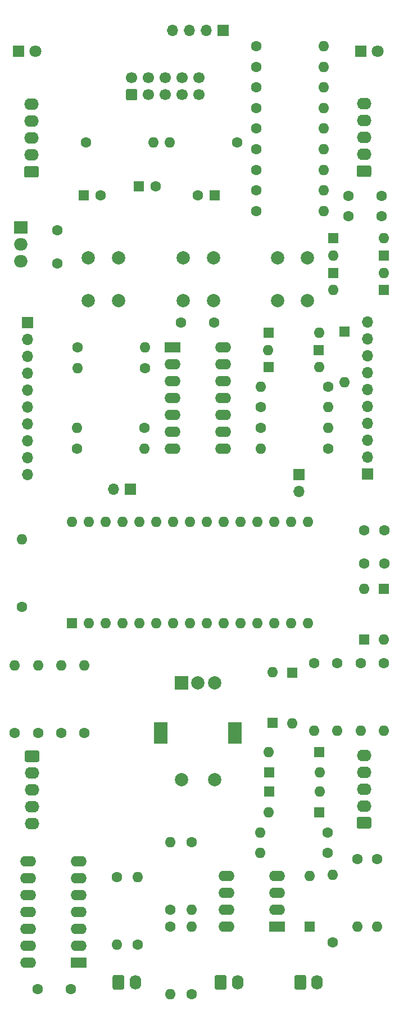
<source format=gbr>
%TF.GenerationSoftware,KiCad,Pcbnew,5.1.10-88a1d61d58~88~ubuntu20.10.1*%
%TF.CreationDate,2021-05-27T19:38:41+02:00*%
%TF.ProjectId,kosmo-multitool,6b6f736d-6f2d-46d7-956c-7469746f6f6c,v1.0.0*%
%TF.SameCoordinates,Original*%
%TF.FileFunction,Soldermask,Top*%
%TF.FilePolarity,Negative*%
%FSLAX46Y46*%
G04 Gerber Fmt 4.6, Leading zero omitted, Abs format (unit mm)*
G04 Created by KiCad (PCBNEW 5.1.10-88a1d61d58~88~ubuntu20.10.1) date 2021-05-27 19:38:41*
%MOMM*%
%LPD*%
G01*
G04 APERTURE LIST*
%ADD10O,1.600000X1.600000*%
%ADD11C,1.600000*%
%ADD12O,2.400000X1.600000*%
%ADD13R,2.400000X1.600000*%
%ADD14O,1.700000X1.700000*%
%ADD15R,1.700000X1.700000*%
%ADD16C,1.700000*%
%ADD17R,1.600000X1.600000*%
%ADD18O,2.000000X1.905000*%
%ADD19R,2.000000X1.905000*%
%ADD20R,2.000000X2.000000*%
%ADD21C,2.000000*%
%ADD22R,2.000000X3.200000*%
%ADD23O,2.190000X1.740000*%
%ADD24O,1.740000X2.190000*%
%ADD25C,1.800000*%
%ADD26R,1.800000X1.800000*%
G04 APERTURE END LIST*
D10*
%TO.C,R37*%
X127000000Y-171660000D03*
D11*
X127000000Y-161500000D03*
%TD*%
D10*
%TO.C,R36*%
X109340000Y-157500000D03*
D11*
X119500000Y-157500000D03*
%TD*%
D10*
%TO.C,R35*%
X109340000Y-160500000D03*
D11*
X119500000Y-160500000D03*
%TD*%
D10*
%TO.C,R34*%
X124000000Y-171660000D03*
D11*
X124000000Y-161500000D03*
%TD*%
D12*
%TO.C,U2*%
X74380000Y-177000000D03*
X82000000Y-161760000D03*
X74380000Y-174460000D03*
X82000000Y-164300000D03*
X74380000Y-171920000D03*
X82000000Y-166840000D03*
X74380000Y-169380000D03*
X82000000Y-169380000D03*
X74380000Y-166840000D03*
X82000000Y-171920000D03*
X74380000Y-164300000D03*
X82000000Y-174460000D03*
X74380000Y-161760000D03*
D13*
X82000000Y-177000000D03*
%TD*%
D14*
%TO.C,J12*%
X87260000Y-105800000D03*
D15*
X89800000Y-105800000D03*
%TD*%
D14*
%TO.C,J11*%
X115250000Y-106140000D03*
D15*
X115250000Y-103600000D03*
%TD*%
D10*
%TO.C,R14*%
X119609681Y-93491142D03*
D11*
X109449681Y-93491142D03*
%TD*%
D10*
%TO.C,FB2*%
X93260000Y-53700000D03*
D11*
X83100000Y-53700000D03*
%TD*%
D10*
%TO.C,FB1*%
X95740000Y-53700000D03*
D11*
X105900000Y-53700000D03*
%TD*%
D16*
%TO.C,POWER1*%
X100160000Y-43960000D03*
X97620000Y-43960000D03*
X95080000Y-43960000D03*
X92540000Y-43960000D03*
X90000000Y-43960000D03*
X100160000Y-46500000D03*
X97620000Y-46500000D03*
X95080000Y-46500000D03*
X92540000Y-46500000D03*
G36*
G01*
X90600000Y-47350000D02*
X89400000Y-47350000D01*
G75*
G02*
X89150000Y-47100000I0J250000D01*
G01*
X89150000Y-45900000D01*
G75*
G02*
X89400000Y-45650000I250000J0D01*
G01*
X90600000Y-45650000D01*
G75*
G02*
X90850000Y-45900000I0J-250000D01*
G01*
X90850000Y-47100000D01*
G75*
G02*
X90600000Y-47350000I-250000J0D01*
G01*
G37*
%TD*%
D11*
%TO.C,C10*%
X85300000Y-61600000D03*
D17*
X82800000Y-61600000D03*
%TD*%
D11*
%TO.C,C9*%
X93600000Y-60300000D03*
D17*
X91100000Y-60300000D03*
%TD*%
D18*
%TO.C,U4*%
X73300000Y-71580000D03*
X73300000Y-69040000D03*
D19*
X73300000Y-66500000D03*
%TD*%
D12*
%TO.C,U3*%
X104280000Y-171600000D03*
X111900000Y-163980000D03*
X104280000Y-169060000D03*
X111900000Y-166520000D03*
X104280000Y-166520000D03*
X111900000Y-169060000D03*
X104280000Y-163980000D03*
D13*
X111900000Y-171600000D03*
%TD*%
D12*
%TO.C,U1*%
X103820000Y-84500000D03*
X96200000Y-99740000D03*
X103820000Y-87040000D03*
X96200000Y-97200000D03*
X103820000Y-89580000D03*
X96200000Y-94660000D03*
X103820000Y-92120000D03*
X96200000Y-92120000D03*
X103820000Y-94660000D03*
X96200000Y-89580000D03*
X103820000Y-97200000D03*
X96200000Y-87040000D03*
X103820000Y-99740000D03*
D13*
X96200000Y-84500000D03*
%TD*%
D20*
%TO.C,SW4*%
X97500000Y-135000000D03*
D21*
X100000000Y-135000000D03*
X102500000Y-135000000D03*
D22*
X94400000Y-142500000D03*
X105600000Y-142500000D03*
D21*
X97500000Y-149500000D03*
X102500000Y-149500000D03*
%TD*%
%TO.C,SW3*%
X83500000Y-77500000D03*
X88000000Y-77500000D03*
X83500000Y-71000000D03*
X88000000Y-71000000D03*
%TD*%
%TO.C,SW2*%
X97800000Y-77500000D03*
X102300000Y-77500000D03*
X97800000Y-71000000D03*
X102300000Y-71000000D03*
%TD*%
%TO.C,SW1*%
X112000000Y-77500000D03*
X116500000Y-77500000D03*
X112000000Y-71000000D03*
X116500000Y-71000000D03*
%TD*%
D10*
%TO.C,R33*%
X99000000Y-171640000D03*
D11*
X99000000Y-181800000D03*
%TD*%
D10*
%TO.C,R32*%
X90900000Y-164140000D03*
D11*
X90900000Y-174300000D03*
%TD*%
D10*
%TO.C,R31*%
X95800000Y-181760000D03*
D11*
X95800000Y-171600000D03*
%TD*%
D10*
%TO.C,R30*%
X87779735Y-174292949D03*
D11*
X87779735Y-164132949D03*
%TD*%
D10*
%TO.C,R29*%
X95800000Y-158940000D03*
D11*
X95800000Y-169100000D03*
%TD*%
D10*
%TO.C,R28*%
X99000000Y-169060000D03*
D11*
X99000000Y-158900000D03*
%TD*%
D10*
%TO.C,R27*%
X118960000Y-39200000D03*
D11*
X108800000Y-39200000D03*
%TD*%
D10*
%TO.C,R26*%
X73500000Y-113340000D03*
D11*
X73500000Y-123500000D03*
%TD*%
D10*
%TO.C,R25*%
X120300000Y-163840000D03*
D11*
X120300000Y-174000000D03*
%TD*%
D10*
%TO.C,R24*%
X82900000Y-132340000D03*
D11*
X82900000Y-142500000D03*
%TD*%
D10*
%TO.C,R23*%
X79400000Y-132340000D03*
D11*
X79400000Y-142500000D03*
%TD*%
D10*
%TO.C,R22*%
X75900000Y-132340000D03*
D11*
X75900000Y-142500000D03*
%TD*%
D10*
%TO.C,R21*%
X72400000Y-132340000D03*
D11*
X72400000Y-142500000D03*
%TD*%
D10*
%TO.C,R20*%
X128000000Y-142160000D03*
D11*
X128000000Y-132000000D03*
%TD*%
D10*
%TO.C,R19*%
X121000000Y-142160000D03*
D11*
X121000000Y-132000000D03*
%TD*%
D10*
%TO.C,R18*%
X109451509Y-90397762D03*
D11*
X119611509Y-90397762D03*
%TD*%
D10*
%TO.C,R17*%
X91960000Y-99700000D03*
D11*
X81800000Y-99700000D03*
%TD*%
D10*
%TO.C,R16*%
X118960000Y-42300000D03*
D11*
X108800000Y-42300000D03*
%TD*%
D10*
%TO.C,R15*%
X118960000Y-57800000D03*
D11*
X108800000Y-57800000D03*
%TD*%
D10*
%TO.C,R13*%
X81799272Y-96594282D03*
D11*
X91959272Y-96594282D03*
%TD*%
D10*
%TO.C,R12*%
X118960000Y-45400000D03*
D11*
X108800000Y-45400000D03*
%TD*%
D10*
%TO.C,R11*%
X118960000Y-54700000D03*
D11*
X108800000Y-54700000D03*
%TD*%
D10*
%TO.C,R10*%
X92004263Y-84509355D03*
D11*
X81844263Y-84509355D03*
%TD*%
D10*
%TO.C,R9*%
X109440000Y-99700000D03*
D11*
X119600000Y-99700000D03*
%TD*%
D10*
%TO.C,R8*%
X81840000Y-87600000D03*
D11*
X92000000Y-87600000D03*
%TD*%
D10*
%TO.C,R7*%
X124500000Y-142160000D03*
D11*
X124500000Y-132000000D03*
%TD*%
D10*
%TO.C,R6*%
X117500000Y-142160000D03*
D11*
X117500000Y-132000000D03*
%TD*%
D10*
%TO.C,R5*%
X119622020Y-96600014D03*
D11*
X109462020Y-96600014D03*
%TD*%
D10*
%TO.C,R4*%
X118960000Y-51600000D03*
D11*
X108800000Y-51600000D03*
%TD*%
D10*
%TO.C,R3*%
X118960000Y-64000000D03*
D11*
X108800000Y-64000000D03*
%TD*%
D10*
%TO.C,R2*%
X118960000Y-48500000D03*
D11*
X108800000Y-48500000D03*
%TD*%
D10*
%TO.C,R1*%
X118960000Y-60900000D03*
D11*
X108800000Y-60900000D03*
%TD*%
D23*
%TO.C,J10*%
X74900000Y-47940000D03*
X74900000Y-50480000D03*
X74900000Y-53020000D03*
X74900000Y-55560000D03*
G36*
G01*
X75745001Y-58970000D02*
X74054999Y-58970000D01*
G75*
G02*
X73805000Y-58720001I0J249999D01*
G01*
X73805000Y-57479999D01*
G75*
G02*
X74054999Y-57230000I249999J0D01*
G01*
X75745001Y-57230000D01*
G75*
G02*
X75995000Y-57479999I0J-249999D01*
G01*
X75995000Y-58720001D01*
G75*
G02*
X75745001Y-58970000I-249999J0D01*
G01*
G37*
%TD*%
%TO.C,J9*%
X125000000Y-47840000D03*
X125000000Y-50380000D03*
X125000000Y-52920000D03*
X125000000Y-55460000D03*
G36*
G01*
X125845001Y-58870000D02*
X124154999Y-58870000D01*
G75*
G02*
X123905000Y-58620001I0J249999D01*
G01*
X123905000Y-57379999D01*
G75*
G02*
X124154999Y-57130000I249999J0D01*
G01*
X125845001Y-57130000D01*
G75*
G02*
X126095000Y-57379999I0J-249999D01*
G01*
X126095000Y-58620001D01*
G75*
G02*
X125845001Y-58870000I-249999J0D01*
G01*
G37*
%TD*%
D14*
%TO.C,J8*%
X74300000Y-103660000D03*
X74300000Y-101120000D03*
X74300000Y-98580000D03*
X74300000Y-96040000D03*
X74300000Y-93500000D03*
X74300000Y-90960000D03*
X74300000Y-88420000D03*
X74300000Y-85880000D03*
X74300000Y-83340000D03*
D15*
X74300000Y-80800000D03*
%TD*%
D24*
%TO.C,J7*%
X105940000Y-180000000D03*
G36*
G01*
X102530000Y-180845001D02*
X102530000Y-179154999D01*
G75*
G02*
X102779999Y-178905000I249999J0D01*
G01*
X104020001Y-178905000D01*
G75*
G02*
X104270000Y-179154999I0J-249999D01*
G01*
X104270000Y-180845001D01*
G75*
G02*
X104020001Y-181095000I-249999J0D01*
G01*
X102779999Y-181095000D01*
G75*
G02*
X102530000Y-180845001I0J249999D01*
G01*
G37*
%TD*%
%TO.C,J6*%
X90540000Y-180000000D03*
G36*
G01*
X87130000Y-180845001D02*
X87130000Y-179154999D01*
G75*
G02*
X87379999Y-178905000I249999J0D01*
G01*
X88620001Y-178905000D01*
G75*
G02*
X88870000Y-179154999I0J-249999D01*
G01*
X88870000Y-180845001D01*
G75*
G02*
X88620001Y-181095000I-249999J0D01*
G01*
X87379999Y-181095000D01*
G75*
G02*
X87130000Y-180845001I0J249999D01*
G01*
G37*
%TD*%
D14*
%TO.C,J5*%
X125500000Y-80680000D03*
X125500000Y-83220000D03*
X125500000Y-85760000D03*
X125500000Y-88300000D03*
X125500000Y-90840000D03*
X125500000Y-93380000D03*
X125500000Y-95920000D03*
X125500000Y-98460000D03*
X125500000Y-101000000D03*
D15*
X125500000Y-103540000D03*
%TD*%
D23*
%TO.C,J4*%
X75000000Y-156160000D03*
X75000000Y-153620000D03*
X75000000Y-151080000D03*
X75000000Y-148540000D03*
G36*
G01*
X74154999Y-145130000D02*
X75845001Y-145130000D01*
G75*
G02*
X76095000Y-145379999I0J-249999D01*
G01*
X76095000Y-146620001D01*
G75*
G02*
X75845001Y-146870000I-249999J0D01*
G01*
X74154999Y-146870000D01*
G75*
G02*
X73905000Y-146620001I0J249999D01*
G01*
X73905000Y-145379999D01*
G75*
G02*
X74154999Y-145130000I249999J0D01*
G01*
G37*
%TD*%
%TO.C,J3*%
X125000000Y-145840000D03*
X125000000Y-148380000D03*
X125000000Y-150920000D03*
X125000000Y-153460000D03*
G36*
G01*
X125845001Y-156870000D02*
X124154999Y-156870000D01*
G75*
G02*
X123905000Y-156620001I0J249999D01*
G01*
X123905000Y-155379999D01*
G75*
G02*
X124154999Y-155130000I249999J0D01*
G01*
X125845001Y-155130000D01*
G75*
G02*
X126095000Y-155379999I0J-249999D01*
G01*
X126095000Y-156620001D01*
G75*
G02*
X125845001Y-156870000I-249999J0D01*
G01*
G37*
%TD*%
D14*
%TO.C,J2*%
X96180000Y-36800000D03*
X98720000Y-36800000D03*
X101260000Y-36800000D03*
D15*
X103800000Y-36800000D03*
%TD*%
D24*
%TO.C,J1*%
X117940000Y-180000000D03*
G36*
G01*
X114530000Y-180845001D02*
X114530000Y-179154999D01*
G75*
G02*
X114779999Y-178905000I249999J0D01*
G01*
X116020001Y-178905000D01*
G75*
G02*
X116270000Y-179154999I0J-249999D01*
G01*
X116270000Y-180845001D01*
G75*
G02*
X116020001Y-181095000I-249999J0D01*
G01*
X114779999Y-181095000D01*
G75*
G02*
X114530000Y-180845001I0J249999D01*
G01*
G37*
%TD*%
D10*
%TO.C,D19*%
X116800000Y-163980000D03*
D17*
X116800000Y-171600000D03*
%TD*%
D25*
%TO.C,D18*%
X127040000Y-40000000D03*
D26*
X124500000Y-40000000D03*
%TD*%
D25*
%TO.C,D17*%
X75540000Y-40000000D03*
D26*
X73000000Y-40000000D03*
%TD*%
D10*
%TO.C,D16*%
X125000000Y-120780000D03*
D17*
X125000000Y-128400000D03*
%TD*%
D10*
%TO.C,D15*%
X128000000Y-128420000D03*
D17*
X128000000Y-120800000D03*
%TD*%
D10*
%TO.C,D14*%
X110680000Y-154400000D03*
D17*
X118300000Y-154400000D03*
%TD*%
D10*
%TO.C,D13*%
X118320000Y-151300000D03*
D17*
X110700000Y-151300000D03*
%TD*%
D10*
%TO.C,D12*%
X128020000Y-68100000D03*
D17*
X120400000Y-68100000D03*
%TD*%
D10*
%TO.C,D11*%
X120380000Y-70700000D03*
D17*
X128000000Y-70700000D03*
%TD*%
D10*
%TO.C,D10*%
X122100000Y-89720000D03*
D17*
X122100000Y-82100000D03*
%TD*%
D10*
%TO.C,D9*%
X118220000Y-82300000D03*
D17*
X110600000Y-82300000D03*
%TD*%
D10*
%TO.C,D8*%
X114200000Y-141020000D03*
D17*
X114200000Y-133400000D03*
%TD*%
D10*
%TO.C,D7*%
X111200000Y-133380000D03*
D17*
X111200000Y-141000000D03*
%TD*%
D10*
%TO.C,D6*%
X110680000Y-145400000D03*
D17*
X118300000Y-145400000D03*
%TD*%
D10*
%TO.C,D5*%
X118320000Y-148400000D03*
D17*
X110700000Y-148400000D03*
%TD*%
D10*
%TO.C,D4*%
X128020000Y-73300000D03*
D17*
X120400000Y-73300000D03*
%TD*%
D10*
%TO.C,D3*%
X120380000Y-75900000D03*
D17*
X128000000Y-75900000D03*
%TD*%
D10*
%TO.C,D2*%
X110580000Y-84900000D03*
D17*
X118200000Y-84900000D03*
%TD*%
D10*
%TO.C,D1*%
X118220000Y-87500000D03*
D17*
X110600000Y-87500000D03*
%TD*%
D11*
%TO.C,C8*%
X80800000Y-181000000D03*
X75800000Y-181000000D03*
%TD*%
%TO.C,C7*%
X78800000Y-66900000D03*
X78800000Y-71900000D03*
%TD*%
%TO.C,C6*%
X102400000Y-80800000D03*
X97400000Y-80800000D03*
%TD*%
%TO.C,C5*%
X100000000Y-61600000D03*
D17*
X102500000Y-61600000D03*
%TD*%
D11*
%TO.C,C4*%
X127650000Y-64750000D03*
X122650000Y-64750000D03*
%TD*%
%TO.C,C3*%
X128050000Y-117000000D03*
X128050000Y-112000000D03*
%TD*%
%TO.C,C2*%
X127650000Y-61750000D03*
X122650000Y-61750000D03*
%TD*%
%TO.C,C1*%
X125000000Y-117000000D03*
X125000000Y-112000000D03*
%TD*%
D10*
%TO.C,A1*%
X116560000Y-110760000D03*
X116560000Y-126000000D03*
X81000000Y-110760000D03*
X114020000Y-126000000D03*
X83540000Y-110760000D03*
X111480000Y-126000000D03*
X86080000Y-110760000D03*
X108940000Y-126000000D03*
X88620000Y-110760000D03*
X106400000Y-126000000D03*
X91160000Y-110760000D03*
X103860000Y-126000000D03*
X93700000Y-110760000D03*
X101320000Y-126000000D03*
X96240000Y-110760000D03*
X98780000Y-126000000D03*
X98780000Y-110760000D03*
X96240000Y-126000000D03*
X101320000Y-110760000D03*
X93700000Y-126000000D03*
X103860000Y-110760000D03*
X91160000Y-126000000D03*
X106400000Y-110760000D03*
X88620000Y-126000000D03*
X108940000Y-110760000D03*
X86080000Y-126000000D03*
X111480000Y-110760000D03*
X83540000Y-126000000D03*
X114020000Y-110760000D03*
D17*
X81000000Y-126000000D03*
%TD*%
M02*

</source>
